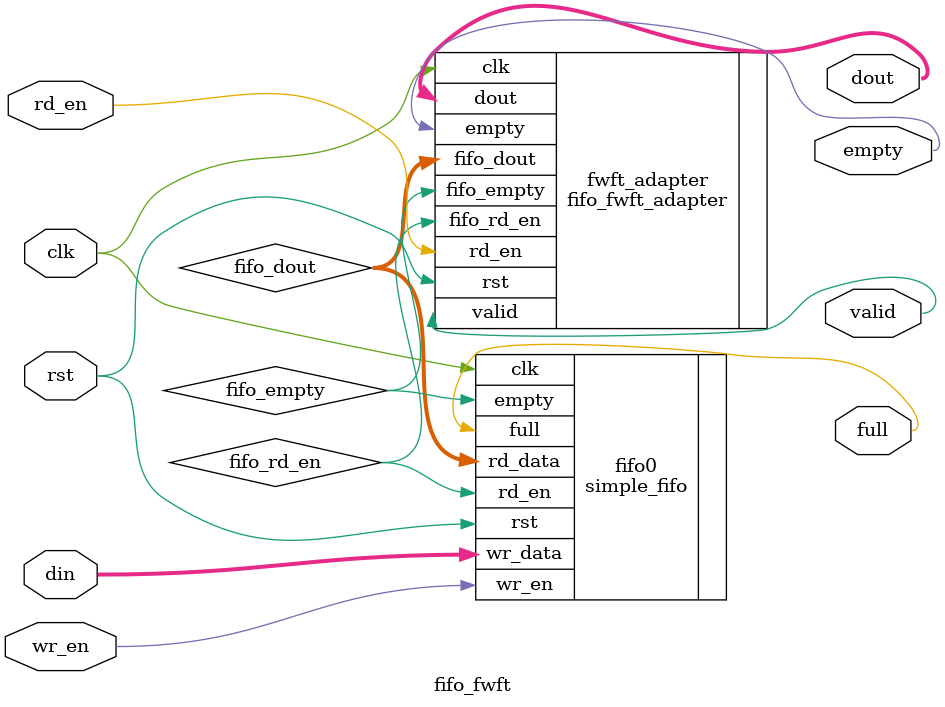
<source format=v>
`include "./simple_fifo.v"
`include "./fifo_fwft_adapter.v"

module fifo_fwft # (
	parameter DATA_WIDTH = 0,
	parameter DEPTH_WIDTH = 0
) (
	input  wire                  clk,
	input  wire                  rst,
	input  wire [DATA_WIDTH-1:0] din,
	input  wire                  wr_en,
	output wire                  full,
	output wire [DATA_WIDTH-1:0] dout,
	input  wire                  rd_en,
	output wire                  empty,
	output wire                  valid
);

	wire [DATA_WIDTH-1:0]    fifo_dout;
	wire                     fifo_empty;
	wire                     fifo_rd_en;

	// orig_fifo is just a normal (non-FWFT) synchronous or asynchronous FIFO
	simple_fifo # (
		.DEPTH_WIDTH (DEPTH_WIDTH),
		.DATA_WIDTH  (DATA_WIDTH )
	) fifo0 (
		.clk       (clk       ),
		.rst       (rst       ),
		.rd_en     (fifo_rd_en),
		.rd_data   (fifo_dout ),
		.empty     (fifo_empty),
		.wr_en     (wr_en     ),
		.wr_data   (din       ),
		.full      (full      )
	);

	fifo_fwft_adapter # (
		.DATA_WIDTH (DATA_WIDTH)
	) fwft_adapter (
		.clk          (clk       ),
		.rst          (rst       ),
		.rd_en        (rd_en     ),
		.fifo_empty   (fifo_empty),
		.fifo_rd_en   (fifo_rd_en),
		.fifo_dout    (fifo_dout ),
		.dout         (dout      ),
		.empty        (empty     ),
		.valid        (valid     )
	);

endmodule

</source>
